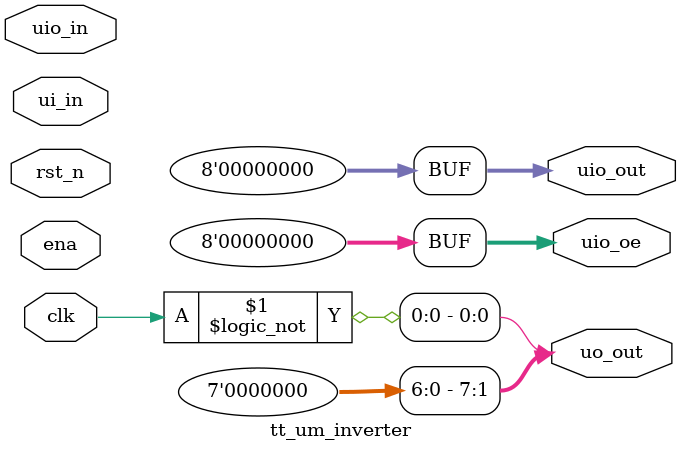
<source format=v>
`default_nettype none

module tt_um_inverter #( parameter MAX_COUNT = 24'd10_000_000 ) (
    input  wire [7:0] ui_in,    // Dedicated inputs - connected to the input switches
    output wire [7:0] uo_out,   // Dedicated outputs - connected to the 7 segment display
    input  wire [7:0] uio_in,   // IOs: Bidirectional Input path
    output wire [7:0] uio_out,  // IOs: Bidirectional Output path
    output wire [7:0] uio_oe,   // IOs: Bidirectional Enable path (active high: 0=input, 1=output)
    input  wire       ena,      // will go high when the design is enabled
    input  wire       clk,      // clock
    input  wire       rst_n     // reset_n - low to reset
);

// Use bidirectional as output
assign uio_oe =  8'h00;

assign uio_out = 8'h00;
assign uo_out[0] = ! clk;
assign uo_out[1:7] = 7'b000000;

endmodule
</source>
